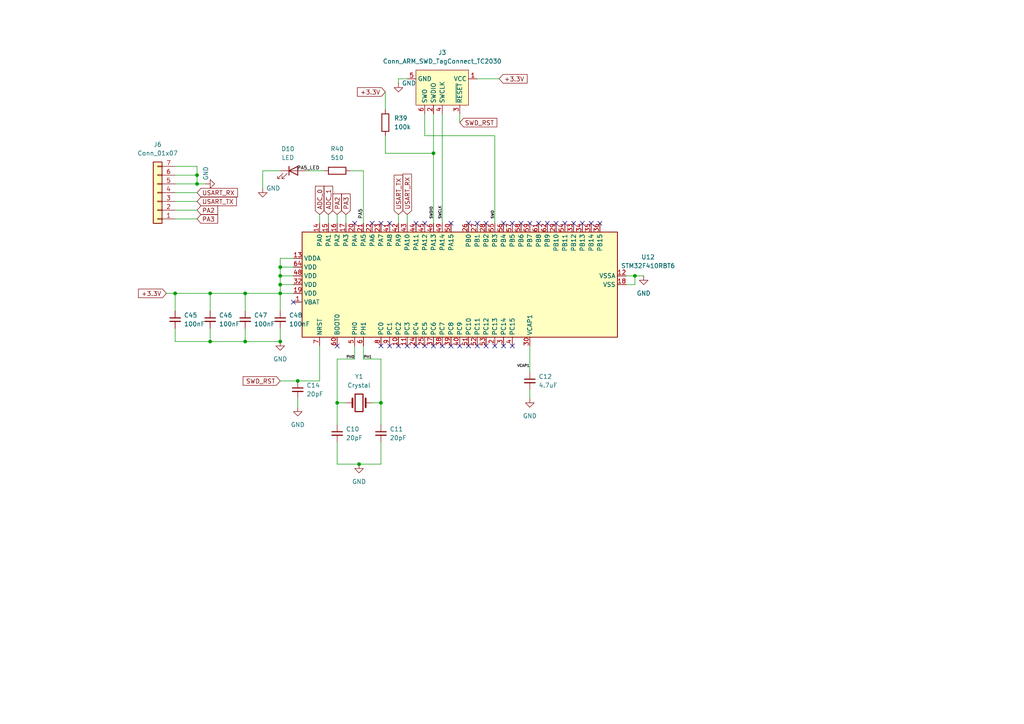
<source format=kicad_sch>
(kicad_sch (version 20250114) (generator "eeschema") (generator_version "9.0")
  (paper "A4")
  (lib_symbols
    (symbol "Connector:Conn_ARM_SWD_TagConnect_TC2030" (in_bom no)
      (property "Reference" "J" (at 2.54 11.43 0))
      (property "Value" "Conn_ARM_SWD_TagConnect_TC2030" (at 5.08 8.89 0))
      (symbol "Conn_ARM_SWD_TagConnect_TC2030_0_0"
        (pin power_in line (at -2.54 10.16 270) (length 2.54) (name "VCC") (number "1"))
        (pin power_in line (at -2.54 -10.16 90) (length 2.54) (name "GND") (number "5"))
        (pin open_collector line (at 7.62 5.08 180) (length 2.54) (name "~{RESET}") (number "3"))
        (pin output line (at 7.62 0 180) (length 2.54) (name "SWCLK") (number "4"))
        (pin bidirectional line (at 7.62 -2.54 180) (length 2.54) (name "SWDIO") (number "2"))
        (pin input line (at 7.62 -5.08 180) (length 2.54) (name "SWO") (number "6"))
      )
      (symbol "Conn_ARM_SWD_TagConnect_TC2030_0_1"
        (rectangle (start -5.08 7.62) (end 5.08 -7.62) (fill (type background)))
      )
    )
    (symbol "Connector_Generic:Conn_01x07" (pin_names (offset 1.016) (hide yes))
      (property "Reference" "J" (at 0 10.16 0))
      (property "Value" "Conn_01x07" (at 0 -10.16 0))
      (symbol "Conn_01x07_1_1"
        (rectangle (start -1.27 8.89) (end 1.27 -8.89) (stroke (width 0.254)) (fill (type background)))
        (rectangle (start -1.27 7.747) (end 0 7.493) (stroke (width 0.1524)))
        (rectangle (start -1.27 5.207) (end 0 4.953) (stroke (width 0.1524)))
        (rectangle (start -1.27 2.667) (end 0 2.413) (stroke (width 0.1524)))
        (rectangle (start -1.27 0.127) (end 0 -0.127) (stroke (width 0.1524)))
        (rectangle (start -1.27 -2.413) (end 0 -2.667) (stroke (width 0.1524)))
        (rectangle (start -1.27 -4.953) (end 0 -5.207) (stroke (width 0.1524)))
        (rectangle (start -1.27 -7.493) (end 0 -7.747) (stroke (width 0.1524)))
        (pin passive line (at -5.08 7.62 0) (length 3.81) (name "Pin_1") (number "1"))
        (pin passive line (at -5.08 5.08 0) (length 3.81) (name "Pin_2") (number "2"))
        (pin passive line (at -5.08 2.54 0) (length 3.81) (name "Pin_3") (number "3"))
        (pin passive line (at -5.08 0 0) (length 3.81) (name "Pin_4") (number "4"))
        (pin passive line (at -5.08 -2.54 0) (length 3.81) (name "Pin_5") (number "5"))
        (pin passive line (at -5.08 -5.08 0) (length 3.81) (name "Pin_6") (number "6"))
        (pin passive line (at -5.08 -7.62 0) (length 3.81) (name "Pin_7") (number "7"))
      )
    )
    (symbol "Device:C_Small" (pin_numbers (hide yes)) (pin_names (offset 0.254) (hide yes))
      (property "Reference" "C" (at 0.254 1.778 0))
      (property "Value" "C_Small" (at 0.254 -2.032 0))
      (symbol "C_Small_0_1"
        (polyline (pts (xy -1.524 0.508) (xy 1.524 0.508)) (stroke (width 0.3048)))
        (polyline (pts (xy -1.524 -0.508) (xy 1.524 -0.508)) (stroke (width 0.3302)))
      )
      (symbol "C_Small_1_1"
        (pin passive line (at 0 2.54 270) (length 2.032) (name "~") (number "1"))
        (pin passive line (at 0 -2.54 90) (length 2.032) (name "~") (number "2"))
      )
    )
    (symbol "Device:Crystal" (pin_numbers (hide yes)) (pin_names (offset 1.016) (hide yes))
      (property "Reference" "Y" (at 0 3.81 0))
      (property "Value" "Crystal" (at 0 -3.81 0))
      (symbol "Crystal_0_1"
        (polyline (pts (xy -2.54 0) (xy -1.905 0)))
        (polyline (pts (xy -1.905 -1.27) (xy -1.905 1.27)) (stroke (width 0.508)))
        (rectangle (start -1.143 2.54) (end 1.143 -2.54) (stroke (width 0.3048)))
        (polyline (pts (xy 1.905 -1.27) (xy 1.905 1.27)) (stroke (width 0.508)))
        (polyline (pts (xy 2.54 0) (xy 1.905 0)))
      )
      (symbol "Crystal_1_1"
        (pin passive line (at -3.81 0 0) (length 1.27) (name "1") (number "1"))
        (pin passive line (at 3.81 0 180) (length 1.27) (name "2") (number "2"))
      )
    )
    (symbol "Device:LED" (pin_numbers (hide yes)) (pin_names (offset 1.016) (hide yes))
      (property "Reference" "D" (at 0 2.54 0))
      (property "Value" "LED" (at 0 -2.54 0))
      (symbol "LED_0_1"
        (polyline (pts (xy -3.048 -0.762) (xy -4.572 -2.286) (xy -3.81 -2.286) (xy -4.572 -2.286) (xy -4.572 -1.524)))
        (polyline (pts (xy -1.778 -0.762) (xy -3.302 -2.286) (xy -2.54 -2.286) (xy -3.302 -2.286) (xy -3.302 -1.524)))
        (polyline (pts (xy -1.27 0) (xy 1.27 0)))
        (polyline (pts (xy -1.27 -1.27) (xy -1.27 1.27)) (stroke (width 0.254)))
        (polyline (pts (xy 1.27 -1.27) (xy 1.27 1.27) (xy -1.27 0) (xy 1.27 -1.27)) (stroke (width 0.254)))
      )
      (symbol "LED_1_1"
        (pin passive line (at -3.81 0 0) (length 2.54) (name "K") (number "1"))
        (pin passive line (at 3.81 0 180) (length 2.54) (name "A") (number "2"))
      )
    )
    (symbol "Device:R" (pin_numbers (hide yes)) (pin_names (offset 0))
      (property "Reference" "R" (at 2.032 0 90))
      (property "Value" "R" (at 0 0 90))
      (symbol "R_0_1"
        (rectangle (start -1.016 -2.54) (end 1.016 2.54) (stroke (width 0.254)))
      )
      (symbol "R_1_1"
        (pin passive line (at 0 3.81 270) (length 1.27) (name "~") (number "1"))
        (pin passive line (at 0 -3.81 90) (length 1.27) (name "~") (number "2"))
      )
    )
    (symbol "MCU_ST_STM32F4:STM32F410RBTx"
      (property "Reference" "U" (at -15.24 46.99 0))
      (property "Value" "STM32F410RBTx" (at 10.16 46.99 0))
      (symbol "STM32F410RBTx_0_1"
        (rectangle (start -15.24 -45.72) (end 15.24 45.72) (stroke (width 0.254)) (fill (type background)))
      )
      (symbol "STM32F410RBTx_1_1"
        (pin input line (at -17.78 40.64 0) (length 2.54) (name "NRST") (number "7"))
        (pin input line (at -17.78 35.56 0) (length 2.54) (name "BOOT0") (number "60"))
        (pin bidirectional line (at -17.78 30.48 0) (length 2.54) (name "PH0") (number "5"))
        (pin bidirectional line (at -17.78 27.94 0) (length 2.54) (name "PH1") (number "6"))
        (pin bidirectional line (at -17.78 22.86 0) (length 2.54) (name "PC0") (number "8"))
        (pin bidirectional line (at -17.78 20.32 0) (length 2.54) (name "PC1") (number "9"))
        (pin bidirectional line (at -17.78 17.78 0) (length 2.54) (name "PC2") (number "10"))
        (pin bidirectional line (at -17.78 15.24 0) (length 2.54) (name "PC3") (number "11"))
        (pin bidirectional line (at -17.78 12.7 0) (length 2.54) (name "PC4") (number "24"))
        (pin bidirectional line (at -17.78 10.16 0) (length 2.54) (name "PC5") (number "25"))
        (pin bidirectional line (at -17.78 7.62 0) (length 2.54) (name "PC6") (number "37"))
        (pin bidirectional line (at -17.78 5.08 0) (length 2.54) (name "PC7") (number "38"))
        (pin bidirectional line (at -17.78 2.54 0) (length 2.54) (name "PC8") (number "39"))
        (pin bidirectional line (at -17.78 0 0) (length 2.54) (name "PC9") (number "40"))
        (pin bidirectional line (at -17.78 -2.54 0) (length 2.54) (name "PC10") (number "51"))
        (pin bidirectional line (at -17.78 -5.08 0) (length 2.54) (name "PC11") (number "52"))
        (pin bidirectional line (at -17.78 -7.62 0) (length 2.54) (name "PC12") (number "53"))
        (pin bidirectional line (at -17.78 -10.16 0) (length 2.54) (name "PC13") (number "2"))
        (pin bidirectional line (at -17.78 -12.7 0) (length 2.54) (name "PC14") (number "3"))
        (pin bidirectional line (at -17.78 -15.24 0) (length 2.54) (name "PC15") (number "4"))
        (pin power_out line (at -17.78 -20.32 0) (length 2.54) (name "VCAP1") (number "30"))
        (pin power_in line (at -5.08 48.26 270) (length 2.54) (name "VBAT") (number "1"))
        (pin power_in line (at -2.54 48.26 270) (length 2.54) (name "VDD") (number "19"))
        (pin power_in line (at 0 48.26 270) (length 2.54) (name "VDD") (number "32"))
        (pin power_in line (at 0 -48.26 90) (length 2.54) (name "VSS") (number "18"))
        (pin passive line (at 0 -48.26 90) (length 2.54) (hide yes) (name "VSS") (number "31"))
        (pin passive line (at 0 -48.26 90) (length 2.54) (hide yes) (name "VSS") (number "47"))
        (pin passive line (at 0 -48.26 90) (length 2.54) (hide yes) (name "VSS") (number "63"))
        (pin power_in line (at 2.54 48.26 270) (length 2.54) (name "VDD") (number "48"))
        (pin power_in line (at 2.54 -48.26 90) (length 2.54) (name "VSSA") (number "12"))
        (pin power_in line (at 5.08 48.26 270) (length 2.54) (name "VDD") (number "64"))
        (pin power_in line (at 7.62 48.26 270) (length 2.54) (name "VDDA") (number "13"))
        (pin bidirectional line (at 17.78 40.64 180) (length 2.54) (name "PA0") (number "14"))
        (pin bidirectional line (at 17.78 38.1 180) (length 2.54) (name "PA1") (number "15"))
        (pin bidirectional line (at 17.78 35.56 180) (length 2.54) (name "PA2") (number "16"))
        (pin bidirectional line (at 17.78 33.02 180) (length 2.54) (name "PA3") (number "17"))
        (pin bidirectional line (at 17.78 30.48 180) (length 2.54) (name "PA4") (number "20"))
        (pin bidirectional line (at 17.78 27.94 180) (length 2.54) (name "PA5") (number "21"))
        (pin bidirectional line (at 17.78 25.4 180) (length 2.54) (name "PA6") (number "22"))
        (pin bidirectional line (at 17.78 22.86 180) (length 2.54) (name "PA7") (number "23"))
        (pin bidirectional line (at 17.78 20.32 180) (length 2.54) (name "PA8") (number "41"))
        (pin bidirectional line (at 17.78 17.78 180) (length 2.54) (name "PA9") (number "42"))
        (pin bidirectional line (at 17.78 15.24 180) (length 2.54) (name "PA10") (number "43"))
        (pin bidirectional line (at 17.78 12.7 180) (length 2.54) (name "PA11") (number "44"))
        (pin bidirectional line (at 17.78 10.16 180) (length 2.54) (name "PA12") (number "45"))
        (pin bidirectional line (at 17.78 7.62 180) (length 2.54) (name "PA13") (number "46"))
        (pin bidirectional line (at 17.78 5.08 180) (length 2.54) (name "PA14") (number "49"))
        (pin bidirectional line (at 17.78 2.54 180) (length 2.54) (name "PA15") (number "50"))
        (pin bidirectional line (at 17.78 -2.54 180) (length 2.54) (name "PB0") (number "26"))
        (pin bidirectional line (at 17.78 -5.08 180) (length 2.54) (name "PB1") (number "27"))
        (pin bidirectional line (at 17.78 -7.62 180) (length 2.54) (name "PB2") (number "28"))
        (pin bidirectional line (at 17.78 -10.16 180) (length 2.54) (name "PB3") (number "55"))
        (pin bidirectional line (at 17.78 -12.7 180) (length 2.54) (name "PB4") (number "56"))
        (pin bidirectional line (at 17.78 -15.24 180) (length 2.54) (name "PB5") (number "57"))
        (pin bidirectional line (at 17.78 -17.78 180) (length 2.54) (name "PB6") (number "58"))
        (pin bidirectional line (at 17.78 -20.32 180) (length 2.54) (name "PB7") (number "59"))
        (pin bidirectional line (at 17.78 -22.86 180) (length 2.54) (name "PB8") (number "61"))
        (pin bidirectional line (at 17.78 -25.4 180) (length 2.54) (name "PB9") (number "62"))
        (pin bidirectional line (at 17.78 -27.94 180) (length 2.54) (name "PB10") (number "29"))
        (pin bidirectional line (at 17.78 -30.48 180) (length 2.54) (name "PB11") (number "54"))
        (pin bidirectional line (at 17.78 -33.02 180) (length 2.54) (name "PB12") (number "33"))
        (pin bidirectional line (at 17.78 -35.56 180) (length 2.54) (name "PB13") (number "34"))
        (pin bidirectional line (at 17.78 -38.1 180) (length 2.54) (name "PB14") (number "35"))
        (pin bidirectional line (at 17.78 -40.64 180) (length 2.54) (name "PB15") (number "36"))
      )
    )
    (symbol "power:GND" (power) (pin_numbers (hide yes)) (pin_names (offset 0) (hide yes))
      (property "Value" "GND" (at 0 -3.81 0))
      (symbol "GND_0_1"
        (polyline (pts (xy 0 0) (xy 0 -1.27) (xy 1.27 -1.27) (xy 0 -2.54) (xy -1.27 -1.27) (xy 0 -1.27)))
      )
      (symbol "GND_1_1"
        (pin power_in line (at 0 0 270) (length 0) (name "~") (number "1"))
      )
    )
  )
  (junction (at 97.79 116.84))
  (junction (at 81.28 82.55))
  (junction (at 71.12 99.06))
  (junction (at 71.12 85.09))
  (junction (at 81.28 85.09))
  (junction (at 110.49 116.84))
  (junction (at 104.14 134.62))
  (junction (at 57.15 50.8))
  (junction (at 60.96 85.09))
  (junction (at 81.28 77.47))
  (junction (at 125.73 44.45))
  (junction (at 81.28 80.01))
  (junction (at 57.15 53.34))
  (junction (at 60.96 99.06))
  (junction (at 86.36 110.49))
  (junction (at 81.28 99.06))
  (junction (at 50.8 85.09))
  (junction (at 184.15 80.01))
  (no_connect (at 128.27 100.33))
  (no_connect (at 135.89 64.77))
  (no_connect (at 153.67 64.77))
  (no_connect (at 113.03 64.77))
  (no_connect (at 133.35 100.33))
  (no_connect (at 107.95 64.77))
  (no_connect (at 156.21 64.77))
  (no_connect (at 125.73 100.33))
  (no_connect (at 148.59 100.33))
  (no_connect (at 85.09 87.63))
  (no_connect (at 143.51 100.33))
  (no_connect (at 135.89 100.33))
  (no_connect (at 173.99 64.77))
  (no_connect (at 151.13 64.77))
  (no_connect (at 138.43 64.77))
  (no_connect (at 146.05 64.77))
  (no_connect (at 161.29 64.77))
  (no_connect (at 171.45 64.77))
  (no_connect (at 130.81 100.33))
  (no_connect (at 138.43 100.33))
  (no_connect (at 120.65 100.33))
  (no_connect (at 140.97 64.77))
  (no_connect (at 120.65 64.77))
  (no_connect (at 158.75 64.77))
  (no_connect (at 130.81 64.77))
  (no_connect (at 97.79 100.33))
  (no_connect (at 113.03 100.33))
  (no_connect (at 146.05 100.33))
  (no_connect (at 110.49 64.77))
  (no_connect (at 102.87 64.77))
  (no_connect (at 123.19 100.33))
  (no_connect (at 115.57 100.33))
  (no_connect (at 148.59 64.77))
  (no_connect (at 123.19 64.77))
  (no_connect (at 166.37 64.77))
  (no_connect (at 110.49 100.33))
  (no_connect (at 163.83 64.77))
  (no_connect (at 118.11 100.33))
  (no_connect (at 168.91 64.77))
  (no_connect (at 140.97 100.33))
  (wire (pts (xy 81.28 85.09) (xy 81.28 90.17)))
  (wire (pts (xy 100.33 116.84) (xy 97.79 116.84)))
  (wire (pts (xy 125.73 33.02) (xy 125.73 44.45)))
  (wire (pts (xy 97.79 134.62) (xy 104.14 134.62)))
  (wire (pts (xy 86.36 115.57) (xy 86.36 118.11)))
  (wire (pts (xy 97.79 104.14) (xy 102.87 104.14)))
  (wire (pts (xy 71.12 85.09) (xy 81.28 85.09)))
  (wire (pts (xy 92.71 110.49) (xy 86.36 110.49)))
  (wire (pts (xy 128.27 33.02) (xy 128.27 64.77)))
  (wire (pts (xy 138.43 22.86) (xy 144.78 22.86)))
  (wire (pts (xy 110.49 134.62) (xy 110.49 128.27)))
  (wire (pts (xy 153.67 107.95) (xy 153.67 100.33)))
  (wire (pts (xy 153.67 115.57) (xy 153.67 113.03)))
  (wire (pts (xy 50.8 90.17) (xy 50.8 85.09)))
  (wire (pts (xy 76.2 49.53) (xy 81.28 49.53)))
  (wire (pts (xy 81.28 74.93) (xy 85.09 74.93)))
  (wire (pts (xy 50.8 50.8) (xy 57.15 50.8)))
  (wire (pts (xy 105.41 104.14) (xy 105.41 100.33)))
  (wire (pts (xy 111.76 44.45) (xy 125.73 44.45)))
  (wire (pts (xy 50.8 85.09) (xy 48.26 85.09)))
  (wire (pts (xy 71.12 85.09) (xy 60.96 85.09)))
  (wire (pts (xy 60.96 90.17) (xy 60.96 85.09)))
  (wire (pts (xy 184.15 82.55) (xy 184.15 80.01)))
  (wire (pts (xy 50.8 58.42) (xy 57.15 58.42)))
  (wire (pts (xy 81.28 80.01) (xy 81.28 82.55)))
  (wire (pts (xy 81.28 82.55) (xy 81.28 85.09)))
  (wire (pts (xy 115.57 62.23) (xy 115.57 64.77)))
  (wire (pts (xy 50.8 63.5) (xy 57.15 63.5)))
  (wire (pts (xy 60.96 95.25) (xy 60.96 99.06)))
  (wire (pts (xy 95.25 62.23) (xy 95.25 64.77)))
  (wire (pts (xy 50.8 99.06) (xy 60.96 99.06)))
  (wire (pts (xy 71.12 95.25) (xy 71.12 99.06)))
  (wire (pts (xy 71.12 99.06) (xy 81.28 99.06)))
  (wire (pts (xy 97.79 128.27) (xy 97.79 134.62)))
  (wire (pts (xy 76.2 54.61) (xy 76.2 49.53)))
  (wire (pts (xy 100.33 62.23) (xy 100.33 64.77)))
  (wire (pts (xy 50.8 95.25) (xy 50.8 99.06)))
  (wire (pts (xy 97.79 62.23) (xy 97.79 64.77)))
  (wire (pts (xy 85.09 77.47) (xy 81.28 77.47)))
  (wire (pts (xy 71.12 90.17) (xy 71.12 85.09)))
  (wire (pts (xy 50.8 55.88) (xy 57.15 55.88)))
  (wire (pts (xy 50.8 85.09) (xy 60.96 85.09)))
  (wire (pts (xy 133.35 33.02) (xy 133.35 35.56)))
  (wire (pts (xy 102.87 104.14) (xy 102.87 100.33)))
  (wire (pts (xy 181.61 82.55) (xy 184.15 82.55)))
  (wire (pts (xy 81.28 85.09) (xy 85.09 85.09)))
  (wire (pts (xy 97.79 116.84) (xy 97.79 123.19)))
  (wire (pts (xy 115.57 22.86) (xy 115.57 24.13)))
  (wire (pts (xy 50.8 53.34) (xy 57.15 53.34)))
  (wire (pts (xy 107.95 116.84) (xy 110.49 116.84)))
  (wire (pts (xy 57.15 53.34) (xy 57.15 50.8)))
  (wire (pts (xy 97.79 104.14) (xy 97.79 116.84)))
  (wire (pts (xy 88.9 49.53) (xy 93.98 49.53)))
  (wire (pts (xy 92.71 100.33) (xy 92.71 110.49)))
  (wire (pts (xy 50.8 48.26) (xy 57.15 48.26)))
  (wire (pts (xy 81.28 74.93) (xy 81.28 77.47)))
  (wire (pts (xy 85.09 80.01) (xy 81.28 80.01)))
  (wire (pts (xy 50.8 60.96) (xy 57.15 60.96)))
  (wire (pts (xy 110.49 116.84) (xy 110.49 123.19)))
  (wire (pts (xy 104.14 134.62) (xy 110.49 134.62)))
  (wire (pts (xy 81.28 77.47) (xy 81.28 80.01)))
  (wire (pts (xy 60.96 99.06) (xy 71.12 99.06)))
  (wire (pts (xy 105.41 49.53) (xy 101.6 49.53)))
  (wire (pts (xy 186.69 80.01) (xy 184.15 80.01)))
  (wire (pts (xy 143.51 39.37) (xy 143.51 64.77)))
  (wire (pts (xy 110.49 104.14) (xy 110.49 116.84)))
  (wire (pts (xy 81.28 99.06) (xy 81.28 95.25)))
  (wire (pts (xy 85.09 82.55) (xy 81.28 82.55)))
  (wire (pts (xy 111.76 26.67) (xy 111.76 31.75)))
  (wire (pts (xy 184.15 80.01) (xy 181.61 80.01)))
  (wire (pts (xy 59.69 53.34) (xy 57.15 53.34)))
  (wire (pts (xy 111.76 44.45) (xy 111.76 39.37)))
  (wire (pts (xy 105.41 104.14) (xy 110.49 104.14)))
  (wire (pts (xy 57.15 48.26) (xy 57.15 50.8)))
  (wire (pts (xy 92.71 62.23) (xy 92.71 64.77)))
  (wire (pts (xy 123.19 39.37) (xy 143.51 39.37)))
  (wire (pts (xy 81.28 110.49) (xy 86.36 110.49)))
  (wire (pts (xy 105.41 64.77) (xy 105.41 49.53)))
  (wire (pts (xy 118.11 62.23) (xy 118.11 64.77)))
  (wire (pts (xy 118.11 22.86) (xy 115.57 22.86)))
  (wire (pts (xy 125.73 44.45) (xy 125.73 64.77)))
  (wire (pts (xy 123.19 33.02) (xy 123.19 39.37)))
  (label "PH1" (at 105.41 104.14 0) (effects (font (size 0.762 0.762))))
  (label "SWCLK" (at 128.27 63.5 90) (effects (font (size 0.762 0.762))))
  (label "VCAP1" (at 153.67 106.68 180) (effects (font (size 0.762 0.762))))
  (label "SWDIO" (at 125.73 63.5 90) (effects (font (size 0.762 0.762))))
  (label "PH0" (at 102.87 104.14 180) (effects (font (size 0.762 0.762))))
  (label "PA5" (at 105.41 63.5 90) (effects (font (size 1.016 1.016))))
  (label "PA5_LED" (at 92.71 49.53 180) (effects (font (size 1.016 1.016))))
  (label "SWO" (at 143.51 63.5 90) (effects (font (size 0.762 0.762))))
  (global_label "PA3" (shape input) (at 100.33 62.23 90) (property "Intersheetrefs" "${INTERSHEET_REFS}" (effects (hide yes))))
  (global_label "USART_RX" (shape input) (at 57.15 55.88 0) (property "Intersheetrefs" "${INTERSHEET_REFS}" (effects (hide yes))))
  (global_label "+3.3V" (shape input) (at 48.26 85.09 180) (property "Intersheetrefs" "${INTERSHEET_REFS}" (effects (hide yes))))
  (global_label "USART_TX" (shape input) (at 57.15 58.42 0) (property "Intersheetrefs" "${INTERSHEET_REFS}" (effects (hide yes))))
  (global_label "USART_TX" (shape input) (at 115.57 62.23 90) (property "Intersheetrefs" "${INTERSHEET_REFS}" (effects (hide yes))))
  (global_label "SWD_RST" (shape input) (at 133.35 35.56 0) (property "Intersheetrefs" "${INTERSHEET_REFS}" (effects (hide yes))))
  (global_label "+3.3V" (shape input) (at 144.78 22.86 0) (property "Intersheetrefs" "${INTERSHEET_REFS}" (effects (hide yes))))
  (global_label "ADC_1" (shape input) (at 95.25 62.23 90) (property "Intersheetrefs" "${INTERSHEET_REFS}" (effects (hide yes))))
  (global_label "PA2" (shape input) (at 97.79 62.23 90) (property "Intersheetrefs" "${INTERSHEET_REFS}" (effects (hide yes))))
  (global_label "ADC_0" (shape input) (at 92.71 62.23 90) (property "Intersheetrefs" "${INTERSHEET_REFS}" (effects (hide yes))))
  (global_label "USART_RX" (shape input) (at 118.11 62.23 90) (property "Intersheetrefs" "${INTERSHEET_REFS}" (effects (hide yes))))
  (global_label "SWD_RST" (shape input) (at 81.28 110.49 180) (property "Intersheetrefs" "${INTERSHEET_REFS}" (effects (hide yes))))
  (global_label "PA2" (shape input) (at 57.15 60.96 0) (property "Intersheetrefs" "${INTERSHEET_REFS}" (effects (hide yes))))
  (global_label "+3.3V" (shape input) (at 111.76 26.67 180) (property "Intersheetrefs" "${INTERSHEET_REFS}" (effects (hide yes))))
  (global_label "PA3" (shape input) (at 57.15 63.5 0) (property "Intersheetrefs" "${INTERSHEET_REFS}" (effects (hide yes))))
  (symbol (lib_id "Device:C_Small") (at 86.36 113.03 0) (unit 1)
    (property "Reference" "C14" (at 88.9 111.7662 0) (effects (justify left)))
    (property "Value" "20pF" (at 88.9 114.3062 0) (effects (justify left)))
    (property "Footprint" "Capacitor_SMD:C_0402_1005Metric" (effects (hide yes)))
    (property "Description" "Unpolarized capacitor, small symbol" (effects (hide yes)))
  )
  (symbol (lib_id "power:GND") (at 115.57 24.13 0) (unit 1)
    (property "Reference" "#PWR015" (effects (hide yes)))
    (property "Value" "GND" (at 118.618 24.13 0))
    (property "Description" "Power symbol creates a global label with name \"GND\" , ground" (effects (hide yes)))
  )
  (symbol (lib_id "power:GND") (at 186.69 80.01 0) (unit 1)
    (property "Reference" "#PWR04" (effects (hide yes)))
    (property "Value" "GND" (at 186.69 85.09 0))
    (property "Description" "Power symbol creates a global label with name \"GND\" , ground" (effects (hide yes)))
  )
  (symbol (lib_id "Device:C_Small") (at 153.67 110.49 0) (unit 1)
    (property "Reference" "C12" (at 156.21 109.2262 0) (effects (justify left)))
    (property "Value" "4.7uF" (at 156.21 111.7662 0) (effects (justify left)))
    (property "Footprint" "Capacitor_SMD:C_0603_1608Metric" (effects (hide yes)))
    (property "Description" "Unpolarized capacitor, small symbol" (effects (hide yes)))
  )
  (symbol (lib_id "Device:C_Small") (at 81.28 92.71 0) (unit 1)
    (property "Reference" "C48" (at 83.82 91.4462 0) (effects (justify left)))
    (property "Value" "100nF" (at 83.82 93.9862 0) (effects (justify left)))
    (property "Footprint" "Capacitor_SMD:C_0402_1005Metric" (effects (hide yes)))
    (property "Description" "Unpolarized capacitor, small symbol" (effects (hide yes)))
  )
  (symbol (lib_id "Connector_Generic:Conn_01x07") (at 45.72 55.88 180) (unit 1)
    (property "Reference" "J6" (at 45.72 41.91 0))
    (property "Value" "Conn_01x07" (at 45.72 44.45 0))
    (property "Footprint" "Connector_PinHeader_2.54mm:PinHeader_1x07_P2.54mm_Vertical" (effects (hide yes)))
    (property "Description" "Generic connector, single row, 01x07, script generated (kicad-library-utils/schlib/autogen/connector/)" (effects (hide yes)))
  )
  (symbol (lib_id "MCU_ST_STM32F4:STM32F410RBTx") (at 133.35 82.55 90) (unit 1)
    (property "Reference" "U12" (at 187.96 74.5646 90))
    (property "Value" "STM32F410RBT6" (at 187.96 77.1046 90))
    (property "Footprint" "Package_QFP:LQFP-64_10x10mm_P0.5mm" (effects (hide yes)))
    (property "Datasheet" "https://www.st.com/resource/en/datasheet/stm32f410rb.pdf" (effects (hide yes)))
    (property "Description" "STMicroelectronics Arm Cortex-M4 MCU, 128KB flash, 32KB RAM, 100 MHz, 1.7-3.6V, 50 GPIO, LQFP64" (effects (hide yes)))
  )
  (symbol (lib_id "Connector:Conn_ARM_SWD_TagConnect_TC2030") (at 128.27 25.4 270) (unit 1) (in_bom no)
    (property "Reference" "J3" (at 128.27 15.24 90))
    (property "Value" "Conn_ARM_SWD_TagConnect_TC2030" (at 128.27 17.78 90))
    (property "Footprint" "Connector:Tag-Connect_TC2030-IDC-FP_2x03_P1.27mm_Vertical" (effects (hide yes)))
    (property "Datasheet" "https://www.tag-connect.com/wp-content/uploads/bsk-pdf-manager/TC2030-CTX_1.pdf" (effects (hide yes)))
    (property "Description" "Tag-Connect ARM Cortex SWD JTAG connector, 6 pin" (effects (hide yes)))
  )
  (symbol (lib_id "Device:Crystal") (at 104.14 116.84 180) (unit 1)
    (property "Reference" "Y1" (at 104.14 109.22 0))
    (property "Value" "Crystal" (at 104.14 111.76 0))
    (property "Footprint" "Crystal:Crystal_HC18-U_Vertical" (effects (hide yes)))
    (property "Description" "Two pin crystal" (effects (hide yes)))
  )
  (symbol (lib_id "Device:C_Small") (at 97.79 125.73 0) (unit 1)
    (property "Reference" "C10" (at 100.33 124.4662 0) (effects (justify left)))
    (property "Value" "20pF" (at 100.33 127.0062 0) (effects (justify left)))
    (property "Footprint" "Capacitor_SMD:C_0402_1005Metric" (effects (hide yes)))
    (property "Description" "Unpolarized capacitor, small symbol" (effects (hide yes)))
  )
  (symbol (lib_id "Device:C_Small") (at 50.8 92.71 0) (unit 1)
    (property "Reference" "C45" (at 53.34 91.4462 0) (effects (justify left)))
    (property "Value" "100nF" (at 53.34 93.9862 0) (effects (justify left)))
    (property "Footprint" "Capacitor_SMD:C_0402_1005Metric" (effects (hide yes)))
    (property "Description" "Unpolarized capacitor, small symbol" (effects (hide yes)))
  )
  (symbol (lib_id "power:GND") (at 86.36 118.11 0) (unit 1)
    (property "Reference" "#PWR01" (effects (hide yes)))
    (property "Value" "GND" (at 86.36 123.19 0))
    (property "Description" "Power symbol creates a global label with name \"GND\" , ground" (effects (hide yes)))
  )
  (symbol (lib_id "Device:C_Small") (at 110.49 125.73 0) (unit 1)
    (property "Reference" "C11" (at 113.03 124.4662 0) (effects (justify left)))
    (property "Value" "20pF" (at 113.03 127.0062 0) (effects (justify left)))
    (property "Footprint" "Capacitor_SMD:C_0402_1005Metric" (effects (hide yes)))
    (property "Description" "Unpolarized capacitor, small symbol" (effects (hide yes)))
  )
  (symbol (lib_id "Device:R") (at 111.76 35.56 0) (unit 1)
    (property "Reference" "R39" (at 114.3 34.2899 0) (effects (justify left)))
    (property "Value" "100k" (at 114.3 36.8299 0) (effects (justify left)))
    (property "Footprint" "Resistor_SMD:R_0402_1005Metric" (effects (hide yes)))
    (property "Description" "Resistor" (effects (hide yes)))
  )
  (symbol (lib_id "power:GND") (at 76.2 54.61 0) (unit 1)
    (property "Reference" "#PWR014" (effects (hide yes)))
    (property "Value" "GND" (at 79.248 54.61 0))
    (property "Description" "Power symbol creates a global label with name \"GND\" , ground" (effects (hide yes)))
  )
  (symbol (lib_id "power:GND") (at 153.67 115.57 0) (unit 1)
    (property "Reference" "#PWR03" (effects (hide yes)))
    (property "Value" "GND" (at 153.67 120.65 0))
    (property "Description" "Power symbol creates a global label with name \"GND\" , ground" (effects (hide yes)))
  )
  (symbol (lib_id "power:GND") (at 81.28 99.06 0) (unit 1)
    (property "Reference" "#PWR05" (effects (hide yes)))
    (property "Value" "GND" (at 81.28 104.14 0))
    (property "Description" "Power symbol creates a global label with name \"GND\" , ground" (effects (hide yes)))
  )
  (symbol (lib_id "Device:C_Small") (at 71.12 92.71 0) (unit 1)
    (property "Reference" "C47" (at 73.66 91.4462 0) (effects (justify left)))
    (property "Value" "100nF" (at 73.66 93.9862 0) (effects (justify left)))
    (property "Footprint" "Capacitor_SMD:C_0402_1005Metric" (effects (hide yes)))
    (property "Description" "Unpolarized capacitor, small symbol" (effects (hide yes)))
  )
  (symbol (lib_id "Device:R") (at 97.79 49.53 90) (unit 1)
    (property "Reference" "R40" (at 97.79 43.18 90))
    (property "Value" "510" (at 97.79 45.72 90))
    (property "Footprint" "Resistor_SMD:R_0402_1005Metric" (effects (hide yes)))
    (property "Description" "Resistor" (effects (hide yes)))
  )
  (symbol (lib_id "Device:LED") (at 85.09 49.53 0) (unit 1)
    (property "Reference" "D10" (at 83.5025 43.18 0))
    (property "Value" "LED" (at 83.5025 45.72 0))
    (property "Footprint" "LED_SMD:LED_0402_1005Metric" (effects (hide yes)))
    (property "Description" "Light emitting diode" (effects (hide yes)))
    (property "Sim.Pins" "1=K 2=A" (effects (hide yes)))
  )
  (symbol (lib_id "power:GND") (at 59.69 53.34 90) (unit 1)
    (property "Reference" "#PWR017" (effects (hide yes)))
    (property "Value" "GND" (at 59.69 50.292 0))
    (property "Description" "Power symbol creates a global label with name \"GND\" , ground" (effects (hide yes)))
  )
  (symbol (lib_id "power:GND") (at 104.14 134.62 0) (unit 1)
    (property "Reference" "#PWR02" (effects (hide yes)))
    (property "Value" "GND" (at 104.14 139.7 0))
    (property "Description" "Power symbol creates a global label with name \"GND\" , ground" (effects (hide yes)))
  )
  (symbol (lib_id "Device:C_Small") (at 60.96 92.71 0) (unit 1)
    (property "Reference" "C46" (at 63.5 91.4462 0) (effects (justify left)))
    (property "Value" "100nF" (at 63.5 93.9862 0) (effects (justify left)))
    (property "Footprint" "Capacitor_SMD:C_0402_1005Metric" (effects (hide yes)))
    (property "Description" "Unpolarized capacitor, small symbol" (effects (hide yes)))
  )
)
</source>
